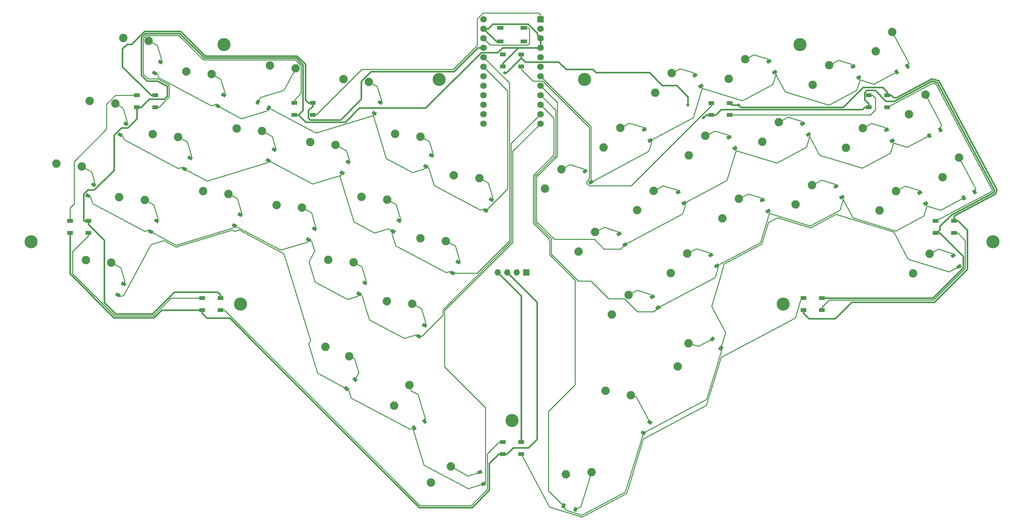
<source format=gbl>
G04 #@! TF.GenerationSoftware,KiCad,Pcbnew,5.1.5-52549c5~86~ubuntu18.04.1*
G04 #@! TF.CreationDate,2020-04-17T17:36:02+02:00*
G04 #@! TF.ProjectId,first-pcb,66697273-742d-4706-9362-2e6b69636164,0.1.1*
G04 #@! TF.SameCoordinates,Original*
G04 #@! TF.FileFunction,Copper,L2,Bot*
G04 #@! TF.FilePolarity,Positive*
%FSLAX46Y46*%
G04 Gerber Fmt 4.6, Leading zero omitted, Abs format (unit mm)*
G04 Created by KiCad (PCBNEW 5.1.5-52549c5~86~ubuntu18.04.1) date 2020-04-17 17:36:02*
%MOMM*%
%LPD*%
G04 APERTURE LIST*
%ADD10C,2.250000*%
%ADD11C,3.500000*%
%ADD12R,1.500000X1.000000*%
%ADD13C,1.752600*%
%ADD14R,1.752600X1.752600*%
%ADD15O,1.700000X1.700000*%
%ADD16R,1.700000X1.700000*%
%ADD17C,0.100000*%
%ADD18R,1.800000X1.100000*%
%ADD19C,0.800000*%
%ADD20C,0.381000*%
%ADD21C,0.254000*%
G04 APERTURE END LIST*
D10*
X177163566Y-66419073D03*
X172749307Y-71642905D03*
D11*
X225194793Y-44113907D03*
X167664794Y-53503904D03*
X128804793Y-53503907D03*
X71274492Y-44113905D03*
X19684495Y-96883905D03*
X75714495Y-113583902D03*
X220754793Y-113583902D03*
X276784792Y-96883905D03*
X148234794Y-144774405D03*
D10*
X131873473Y-157048499D03*
X126543562Y-161334073D03*
X169455497Y-158527654D03*
X162640338Y-159100108D03*
X120797267Y-135265703D03*
X116758157Y-140784732D03*
X179977268Y-137950971D03*
X173246168Y-136740025D03*
X110012983Y-54140293D03*
X103213808Y-53401835D03*
X51145699Y-43120936D03*
X44346524Y-42382478D03*
X90390556Y-50467175D03*
X83591381Y-49728717D03*
X123792368Y-68802579D03*
X116993193Y-68064121D03*
X139479685Y-79876564D03*
X132680510Y-79138106D03*
X42202268Y-59941088D03*
X35403093Y-59202630D03*
X59022416Y-68884522D03*
X52223241Y-68146064D03*
X81447123Y-67287325D03*
X74647948Y-66548867D03*
X101069548Y-70960446D03*
X94270373Y-70221988D03*
X114848934Y-85622727D03*
X108049759Y-84884269D03*
X130536252Y-96696714D03*
X123737077Y-95958256D03*
X72503687Y-84107476D03*
X65704512Y-83369018D03*
X92126116Y-87780596D03*
X85326941Y-87042138D03*
X105905502Y-102442883D03*
X99106327Y-101704425D03*
X121592816Y-113516867D03*
X114793641Y-112778409D03*
X41135552Y-102524824D03*
X34336377Y-101786366D03*
X104755029Y-127511622D03*
X98378657Y-125038571D03*
X190943566Y-51759074D03*
X186529307Y-56982906D03*
X210558832Y-48080110D03*
X206144573Y-53303942D03*
X232993563Y-49679074D03*
X228579304Y-54902906D03*
X249813564Y-40739070D03*
X245399305Y-45962902D03*
X170422758Y-94311787D03*
X166008499Y-99535619D03*
X186103564Y-83239074D03*
X181689305Y-88462906D03*
X199883566Y-68579073D03*
X195469307Y-73802905D03*
X219513564Y-64899073D03*
X215099305Y-70122905D03*
X241933565Y-66499074D03*
X237519306Y-71722906D03*
X258753563Y-57559074D03*
X254339304Y-62782906D03*
X179365068Y-111132535D03*
X174950809Y-116356367D03*
X195053565Y-100059074D03*
X190639306Y-105282906D03*
X250873563Y-83319075D03*
X246459304Y-88542907D03*
X267693564Y-74379074D03*
X263279305Y-79602906D03*
X33258832Y-76761238D03*
X26459657Y-76022780D03*
X208833562Y-85399072D03*
X204419303Y-90622904D03*
X50078985Y-85704671D03*
X43279810Y-84966213D03*
X195423886Y-124047056D03*
X192512066Y-130235384D03*
X161469325Y-77491637D03*
X157055066Y-82715469D03*
X259823564Y-100139074D03*
X255409305Y-105362906D03*
X67965854Y-52064370D03*
X61166679Y-51325912D03*
X228453565Y-81719073D03*
X224039306Y-86942905D03*
D12*
X145785793Y-50018751D03*
X145785793Y-46818751D03*
X150685793Y-50018751D03*
X150685793Y-46818751D03*
X201517500Y-62978750D03*
X201517500Y-59778750D03*
X206417500Y-62978750D03*
X206417500Y-59778750D03*
X243592500Y-60901250D03*
X243592500Y-57701250D03*
X248492500Y-60901250D03*
X248492500Y-57701250D03*
X261448750Y-94538750D03*
X261448750Y-91338750D03*
X266348750Y-94538750D03*
X266348750Y-91338750D03*
X231049999Y-111986250D03*
X231049999Y-115186250D03*
X226149999Y-111986250D03*
X226149999Y-115186250D03*
X150681249Y-150513750D03*
X150681249Y-153713750D03*
X145781249Y-150513750D03*
X145781249Y-153713750D03*
X70328750Y-111976250D03*
X70328750Y-115176250D03*
X65428750Y-111976250D03*
X65428750Y-115176250D03*
X35018750Y-91338750D03*
X35018750Y-94538750D03*
X30118750Y-91338750D03*
X30118750Y-94538750D03*
X48002499Y-60897500D03*
X48002499Y-57697500D03*
X52902499Y-60897500D03*
X52902499Y-57697500D03*
X90048751Y-62972500D03*
X90048751Y-59772500D03*
X94948751Y-62972500D03*
X94948751Y-59772500D03*
D13*
X140615793Y-37346905D03*
X155855793Y-65286905D03*
X140615793Y-39886905D03*
X140615793Y-42426905D03*
X140615793Y-44966905D03*
X140615793Y-47506905D03*
X140615793Y-50046905D03*
X140615793Y-52586905D03*
X140615793Y-55126905D03*
X140615793Y-57666905D03*
X140615793Y-60206905D03*
X140615793Y-62746905D03*
X140615793Y-65286905D03*
X155855793Y-62746905D03*
X155855793Y-60206905D03*
X155855793Y-57666905D03*
X155855793Y-55126905D03*
X155855793Y-52586905D03*
X155855793Y-50046905D03*
X155855793Y-47506905D03*
X155855793Y-44966905D03*
X155855793Y-42426905D03*
X155855793Y-39886905D03*
D14*
X155855793Y-37346905D03*
D15*
X144425793Y-105126904D03*
X146965793Y-105126904D03*
X149505793Y-105126904D03*
D16*
X152045793Y-105126904D03*
G04 #@! TA.AperFunction,SMDPad,CuDef*
D17*
G36*
X54616072Y-49504374D02*
G01*
X53556535Y-48941008D01*
X53979060Y-48146356D01*
X55038597Y-48709722D01*
X54616072Y-49504374D01*
G37*
G04 #@! TD.AperFunction*
G04 #@! TA.AperFunction,SMDPad,CuDef*
G36*
X53066816Y-52418102D02*
G01*
X52007279Y-51854736D01*
X52429804Y-51060084D01*
X53489341Y-51623450D01*
X53066816Y-52418102D01*
G37*
G04 #@! TD.AperFunction*
G04 #@! TA.AperFunction,SMDPad,CuDef*
G36*
X266897547Y-100736947D02*
G01*
X265838010Y-101300313D01*
X265415485Y-100505661D01*
X266475022Y-99942295D01*
X266897547Y-100736947D01*
G37*
G04 #@! TD.AperFunction*
G04 #@! TA.AperFunction,SMDPad,CuDef*
G36*
X268446803Y-103650675D02*
G01*
X267387266Y-104214041D01*
X266964741Y-103419389D01*
X268024278Y-102856023D01*
X268446803Y-103650675D01*
G37*
G04 #@! TD.AperFunction*
G04 #@! TA.AperFunction,SMDPad,CuDef*
G36*
X202533646Y-122848782D02*
G01*
X201656022Y-123667180D01*
X201042224Y-123008962D01*
X201919848Y-122190564D01*
X202533646Y-122848782D01*
G37*
G04 #@! TD.AperFunction*
G04 #@! TA.AperFunction,SMDPad,CuDef*
G36*
X204784240Y-125262250D02*
G01*
X203906616Y-126080648D01*
X203292818Y-125422430D01*
X204170442Y-124604032D01*
X204784240Y-125262250D01*
G37*
G04 #@! TD.AperFunction*
G04 #@! TA.AperFunction,SMDPad,CuDef*
G36*
X185365527Y-145922948D02*
G01*
X184347869Y-145287045D01*
X184824797Y-144523802D01*
X185842455Y-145159705D01*
X185365527Y-145922948D01*
G37*
G04 #@! TD.AperFunction*
G04 #@! TA.AperFunction,SMDPad,CuDef*
G36*
X183616793Y-148721506D02*
G01*
X182599135Y-148085603D01*
X183076063Y-147322360D01*
X184093721Y-147958263D01*
X183616793Y-148721506D01*
G37*
G04 #@! TD.AperFunction*
G04 #@! TA.AperFunction,SMDPad,CuDef*
G36*
X164555437Y-168978533D02*
G01*
X164906283Y-167830967D01*
X165766957Y-168094101D01*
X165416111Y-169241667D01*
X164555437Y-168978533D01*
G37*
G04 #@! TD.AperFunction*
G04 #@! TA.AperFunction,SMDPad,CuDef*
G36*
X161399631Y-168013707D02*
G01*
X161750477Y-166866141D01*
X162611151Y-167129275D01*
X162260305Y-168276841D01*
X161399631Y-168013707D01*
G37*
G04 #@! TD.AperFunction*
G04 #@! TA.AperFunction,SMDPad,CuDef*
G36*
X271751015Y-84305909D02*
G01*
X271187649Y-83246372D01*
X271982301Y-82823847D01*
X272545667Y-83883384D01*
X271751015Y-84305909D01*
G37*
G04 #@! TD.AperFunction*
G04 #@! TA.AperFunction,SMDPad,CuDef*
G36*
X268837287Y-85855165D02*
G01*
X268273921Y-84795628D01*
X269068573Y-84373103D01*
X269631939Y-85432640D01*
X268837287Y-85855165D01*
G37*
G04 #@! TD.AperFunction*
G04 #@! TA.AperFunction,SMDPad,CuDef*
G36*
X257967238Y-83873855D02*
G01*
X256907701Y-84437221D01*
X256485176Y-83642569D01*
X257544713Y-83079203D01*
X257967238Y-83873855D01*
G37*
G04 #@! TD.AperFunction*
G04 #@! TA.AperFunction,SMDPad,CuDef*
G36*
X259516494Y-86787583D02*
G01*
X258456957Y-87350949D01*
X258034432Y-86556297D01*
X259093969Y-85992931D01*
X259516494Y-86787583D01*
G37*
G04 #@! TD.AperFunction*
G04 #@! TA.AperFunction,SMDPad,CuDef*
G36*
X235568795Y-82190785D02*
G01*
X234509258Y-82754151D01*
X234086733Y-81959499D01*
X235146270Y-81396133D01*
X235568795Y-82190785D01*
G37*
G04 #@! TD.AperFunction*
G04 #@! TA.AperFunction,SMDPad,CuDef*
G36*
X237118051Y-85104513D02*
G01*
X236058514Y-85667879D01*
X235635989Y-84873227D01*
X236695526Y-84309861D01*
X237118051Y-85104513D01*
G37*
G04 #@! TD.AperFunction*
G04 #@! TA.AperFunction,SMDPad,CuDef*
G36*
X215847359Y-85880585D02*
G01*
X214787822Y-86443951D01*
X214365297Y-85649299D01*
X215424834Y-85085933D01*
X215847359Y-85880585D01*
G37*
G04 #@! TD.AperFunction*
G04 #@! TA.AperFunction,SMDPad,CuDef*
G36*
X217396615Y-88794313D02*
G01*
X216337078Y-89357679D01*
X215914553Y-88563027D01*
X216974090Y-87999661D01*
X217396615Y-88794313D01*
G37*
G04 #@! TD.AperFunction*
G04 #@! TA.AperFunction,SMDPad,CuDef*
G36*
X202114250Y-100575798D02*
G01*
X201054713Y-101139164D01*
X200632188Y-100344512D01*
X201691725Y-99781146D01*
X202114250Y-100575798D01*
G37*
G04 #@! TD.AperFunction*
G04 #@! TA.AperFunction,SMDPad,CuDef*
G36*
X203663506Y-103489526D02*
G01*
X202603969Y-104052892D01*
X202181444Y-103258240D01*
X203240981Y-102694874D01*
X203663506Y-103489526D01*
G37*
G04 #@! TD.AperFunction*
G04 #@! TA.AperFunction,SMDPad,CuDef*
G36*
X186482101Y-111742715D02*
G01*
X185422564Y-112306081D01*
X185000039Y-111511429D01*
X186059576Y-110948063D01*
X186482101Y-111742715D01*
G37*
G04 #@! TD.AperFunction*
G04 #@! TA.AperFunction,SMDPad,CuDef*
G36*
X188031357Y-114656443D02*
G01*
X186971820Y-115219809D01*
X186549295Y-114425157D01*
X187608832Y-113861791D01*
X188031357Y-114656443D01*
G37*
G04 #@! TD.AperFunction*
G04 #@! TA.AperFunction,SMDPad,CuDef*
G36*
X262581615Y-67668909D02*
G01*
X262018249Y-66609372D01*
X262812901Y-66186847D01*
X263376267Y-67246384D01*
X262581615Y-67668909D01*
G37*
G04 #@! TD.AperFunction*
G04 #@! TA.AperFunction,SMDPad,CuDef*
G36*
X259667887Y-69218165D02*
G01*
X259104521Y-68158628D01*
X259899173Y-67736103D01*
X260462539Y-68795640D01*
X259667887Y-69218165D01*
G37*
G04 #@! TD.AperFunction*
G04 #@! TA.AperFunction,SMDPad,CuDef*
G36*
X249038714Y-67081738D02*
G01*
X247979177Y-67645104D01*
X247556652Y-66850452D01*
X248616189Y-66287086D01*
X249038714Y-67081738D01*
G37*
G04 #@! TD.AperFunction*
G04 #@! TA.AperFunction,SMDPad,CuDef*
G36*
X250587970Y-69995466D02*
G01*
X249528433Y-70558832D01*
X249105908Y-69764180D01*
X250165445Y-69200814D01*
X250587970Y-69995466D01*
G37*
G04 #@! TD.AperFunction*
G04 #@! TA.AperFunction,SMDPad,CuDef*
G36*
X226640268Y-65398667D02*
G01*
X225580731Y-65962033D01*
X225158206Y-65167381D01*
X226217743Y-64604015D01*
X226640268Y-65398667D01*
G37*
G04 #@! TD.AperFunction*
G04 #@! TA.AperFunction,SMDPad,CuDef*
G36*
X228189524Y-68312395D02*
G01*
X227129987Y-68875761D01*
X226707462Y-68081109D01*
X227766999Y-67517743D01*
X228189524Y-68312395D01*
G37*
G04 #@! TD.AperFunction*
G04 #@! TA.AperFunction,SMDPad,CuDef*
G36*
X206974902Y-69058657D02*
G01*
X205915365Y-69622023D01*
X205492840Y-68827371D01*
X206552377Y-68264005D01*
X206974902Y-69058657D01*
G37*
G04 #@! TD.AperFunction*
G04 #@! TA.AperFunction,SMDPad,CuDef*
G36*
X208524158Y-71972385D02*
G01*
X207464621Y-72535751D01*
X207042096Y-71741099D01*
X208101633Y-71177733D01*
X208524158Y-71972385D01*
G37*
G04 #@! TD.AperFunction*
G04 #@! TA.AperFunction,SMDPad,CuDef*
G36*
X193395303Y-83758545D02*
G01*
X192335766Y-84321911D01*
X191913241Y-83527259D01*
X192972778Y-82963893D01*
X193395303Y-83758545D01*
G37*
G04 #@! TD.AperFunction*
G04 #@! TA.AperFunction,SMDPad,CuDef*
G36*
X194944559Y-86672273D02*
G01*
X193885022Y-87235639D01*
X193462497Y-86440987D01*
X194522034Y-85877621D01*
X194944559Y-86672273D01*
G37*
G04 #@! TD.AperFunction*
G04 #@! TA.AperFunction,SMDPad,CuDef*
G36*
X177595852Y-94892156D02*
G01*
X176536315Y-95455522D01*
X176113790Y-94660870D01*
X177173327Y-94097504D01*
X177595852Y-94892156D01*
G37*
G04 #@! TD.AperFunction*
G04 #@! TA.AperFunction,SMDPad,CuDef*
G36*
X179145108Y-97805884D02*
G01*
X178085571Y-98369250D01*
X177663046Y-97574598D01*
X178722583Y-97011232D01*
X179145108Y-97805884D01*
G37*
G04 #@! TD.AperFunction*
G04 #@! TA.AperFunction,SMDPad,CuDef*
G36*
X253818616Y-50650910D02*
G01*
X253255250Y-49591373D01*
X254049902Y-49168848D01*
X254613268Y-50228385D01*
X253818616Y-50650910D01*
G37*
G04 #@! TD.AperFunction*
G04 #@! TA.AperFunction,SMDPad,CuDef*
G36*
X250904888Y-52200166D02*
G01*
X250341522Y-51140629D01*
X251136174Y-50718104D01*
X251699540Y-51777641D01*
X250904888Y-52200166D01*
G37*
G04 #@! TD.AperFunction*
G04 #@! TA.AperFunction,SMDPad,CuDef*
G36*
X240106628Y-50147675D02*
G01*
X239047091Y-50711041D01*
X238624566Y-49916389D01*
X239684103Y-49353023D01*
X240106628Y-50147675D01*
G37*
G04 #@! TD.AperFunction*
G04 #@! TA.AperFunction,SMDPad,CuDef*
G36*
X241655884Y-53061403D02*
G01*
X240596347Y-53624769D01*
X240173822Y-52830117D01*
X241233359Y-52266751D01*
X241655884Y-53061403D01*
G37*
G04 #@! TD.AperFunction*
G04 #@! TA.AperFunction,SMDPad,CuDef*
G36*
X217629417Y-48722238D02*
G01*
X216569880Y-49285604D01*
X216147355Y-48490952D01*
X217206892Y-47927586D01*
X217629417Y-48722238D01*
G37*
G04 #@! TD.AperFunction*
G04 #@! TA.AperFunction,SMDPad,CuDef*
G36*
X219178673Y-51635966D02*
G01*
X218119136Y-52199332D01*
X217696611Y-51404680D01*
X218756148Y-50841314D01*
X219178673Y-51635966D01*
G37*
G04 #@! TD.AperFunction*
G04 #@! TA.AperFunction,SMDPad,CuDef*
G36*
X197894854Y-52454982D02*
G01*
X196835317Y-53018348D01*
X196412792Y-52223696D01*
X197472329Y-51660330D01*
X197894854Y-52454982D01*
G37*
G04 #@! TD.AperFunction*
G04 #@! TA.AperFunction,SMDPad,CuDef*
G36*
X199444110Y-55368710D02*
G01*
X198384573Y-55932076D01*
X197962048Y-55137424D01*
X199021585Y-54574058D01*
X199444110Y-55368710D01*
G37*
G04 #@! TD.AperFunction*
G04 #@! TA.AperFunction,SMDPad,CuDef*
G36*
X184339740Y-66998020D02*
G01*
X183280203Y-67561386D01*
X182857678Y-66766734D01*
X183917215Y-66203368D01*
X184339740Y-66998020D01*
G37*
G04 #@! TD.AperFunction*
G04 #@! TA.AperFunction,SMDPad,CuDef*
G36*
X185888996Y-69911748D02*
G01*
X184829459Y-70475114D01*
X184406934Y-69680462D01*
X185466471Y-69117096D01*
X185888996Y-69911748D01*
G37*
G04 #@! TD.AperFunction*
G04 #@! TA.AperFunction,SMDPad,CuDef*
G36*
X168512256Y-78146534D02*
G01*
X167452719Y-78709900D01*
X167030194Y-77915248D01*
X168089731Y-77351882D01*
X168512256Y-78146534D01*
G37*
G04 #@! TD.AperFunction*
G04 #@! TA.AperFunction,SMDPad,CuDef*
G36*
X170061512Y-81060262D02*
G01*
X169001975Y-81623628D01*
X168579450Y-80828976D01*
X169638987Y-80265610D01*
X170061512Y-81060262D01*
G37*
G04 #@! TD.AperFunction*
D18*
X151335795Y-43326905D03*
X145135795Y-39626905D03*
X151335795Y-39626905D03*
X145135795Y-43326905D03*
G04 #@! TA.AperFunction,SMDPad,CuDef*
D17*
G36*
X140376739Y-158801542D02*
G01*
X139229173Y-159152388D01*
X138966039Y-158291714D01*
X140113605Y-157940868D01*
X140376739Y-158801542D01*
G37*
G04 #@! TD.AperFunction*
G04 #@! TA.AperFunction,SMDPad,CuDef*
G36*
X141341565Y-161957348D02*
G01*
X140193999Y-162308194D01*
X139930865Y-161447520D01*
X141078431Y-161096674D01*
X141341565Y-161957348D01*
G37*
G04 #@! TD.AperFunction*
G04 #@! TA.AperFunction,SMDPad,CuDef*
G36*
X124820660Y-145709959D02*
G01*
X124184757Y-144692301D01*
X124948000Y-144215373D01*
X125583903Y-145233031D01*
X124820660Y-145709959D01*
G37*
G04 #@! TD.AperFunction*
G04 #@! TA.AperFunction,SMDPad,CuDef*
G36*
X122022102Y-147458693D02*
G01*
X121386199Y-146441035D01*
X122149442Y-145964107D01*
X122785345Y-146981765D01*
X122022102Y-147458693D01*
G37*
G04 #@! TD.AperFunction*
G04 #@! TA.AperFunction,SMDPad,CuDef*
G36*
X106404520Y-134509851D02*
G01*
X105526896Y-133691453D01*
X106140694Y-133033235D01*
X107018318Y-133851633D01*
X106404520Y-134509851D01*
G37*
G04 #@! TD.AperFunction*
G04 #@! TA.AperFunction,SMDPad,CuDef*
G36*
X104153926Y-136923319D02*
G01*
X103276302Y-136104921D01*
X103890100Y-135446703D01*
X104767724Y-136265101D01*
X104153926Y-136923319D01*
G37*
G04 #@! TD.AperFunction*
G04 #@! TA.AperFunction,SMDPad,CuDef*
G36*
X44777682Y-108855750D02*
G01*
X43718145Y-108292384D01*
X44140670Y-107497732D01*
X45200207Y-108061098D01*
X44777682Y-108855750D01*
G37*
G04 #@! TD.AperFunction*
G04 #@! TA.AperFunction,SMDPad,CuDef*
G36*
X43228426Y-111769478D02*
G01*
X42168889Y-111206112D01*
X42591414Y-110411460D01*
X43650951Y-110974826D01*
X43228426Y-111769478D01*
G37*
G04 #@! TD.AperFunction*
G04 #@! TA.AperFunction,SMDPad,CuDef*
G36*
X125175326Y-119959928D02*
G01*
X124115789Y-119396562D01*
X124538314Y-118601910D01*
X125597851Y-119165276D01*
X125175326Y-119959928D01*
G37*
G04 #@! TD.AperFunction*
G04 #@! TA.AperFunction,SMDPad,CuDef*
G36*
X123626070Y-122873656D02*
G01*
X122566533Y-122310290D01*
X122989058Y-121515638D01*
X124048595Y-122079004D01*
X123626070Y-122873656D01*
G37*
G04 #@! TD.AperFunction*
G04 #@! TA.AperFunction,SMDPad,CuDef*
G36*
X109211224Y-108594938D02*
G01*
X108151687Y-108031572D01*
X108574212Y-107236920D01*
X109633749Y-107800286D01*
X109211224Y-108594938D01*
G37*
G04 #@! TD.AperFunction*
G04 #@! TA.AperFunction,SMDPad,CuDef*
G36*
X107661968Y-111508666D02*
G01*
X106602431Y-110945300D01*
X107024956Y-110150648D01*
X108084493Y-110714014D01*
X107661968Y-111508666D01*
G37*
G04 #@! TD.AperFunction*
G04 #@! TA.AperFunction,SMDPad,CuDef*
G36*
X95768249Y-94111522D02*
G01*
X94708712Y-93548156D01*
X95131237Y-92753504D01*
X96190774Y-93316870D01*
X95768249Y-94111522D01*
G37*
G04 #@! TD.AperFunction*
G04 #@! TA.AperFunction,SMDPad,CuDef*
G36*
X94218993Y-97025250D02*
G01*
X93159456Y-96461884D01*
X93581981Y-95667232D01*
X94641518Y-96230598D01*
X94218993Y-97025250D01*
G37*
G04 #@! TD.AperFunction*
G04 #@! TA.AperFunction,SMDPad,CuDef*
G36*
X75921553Y-90319155D02*
G01*
X74862016Y-89755789D01*
X75284541Y-88961137D01*
X76344078Y-89524503D01*
X75921553Y-90319155D01*
G37*
G04 #@! TD.AperFunction*
G04 #@! TA.AperFunction,SMDPad,CuDef*
G36*
X74372297Y-93232883D02*
G01*
X73312760Y-92669517D01*
X73735285Y-91874865D01*
X74794822Y-92438231D01*
X74372297Y-93232883D01*
G37*
G04 #@! TD.AperFunction*
G04 #@! TA.AperFunction,SMDPad,CuDef*
G36*
X53608984Y-91975974D02*
G01*
X52549447Y-91412608D01*
X52971972Y-90617956D01*
X54031509Y-91181322D01*
X53608984Y-91975974D01*
G37*
G04 #@! TD.AperFunction*
G04 #@! TA.AperFunction,SMDPad,CuDef*
G36*
X52059728Y-94889702D02*
G01*
X51000191Y-94326336D01*
X51422716Y-93531684D01*
X52482253Y-94095050D01*
X52059728Y-94889702D01*
G37*
G04 #@! TD.AperFunction*
G04 #@! TA.AperFunction,SMDPad,CuDef*
G36*
X36749823Y-82335438D02*
G01*
X35690286Y-81772072D01*
X36112811Y-80977420D01*
X37172348Y-81540786D01*
X36749823Y-82335438D01*
G37*
G04 #@! TD.AperFunction*
G04 #@! TA.AperFunction,SMDPad,CuDef*
G36*
X35200567Y-85249166D02*
G01*
X34141030Y-84685800D01*
X34563555Y-83891148D01*
X35623092Y-84454514D01*
X35200567Y-85249166D01*
G37*
G04 #@! TD.AperFunction*
G04 #@! TA.AperFunction,SMDPad,CuDef*
G36*
X134178380Y-103027642D02*
G01*
X133118843Y-102464276D01*
X133541368Y-101669624D01*
X134600905Y-102232990D01*
X134178380Y-103027642D01*
G37*
G04 #@! TD.AperFunction*
G04 #@! TA.AperFunction,SMDPad,CuDef*
G36*
X132629124Y-105941370D02*
G01*
X131569587Y-105378004D01*
X131992112Y-104583352D01*
X133051649Y-105146718D01*
X132629124Y-105941370D01*
G37*
G04 #@! TD.AperFunction*
G04 #@! TA.AperFunction,SMDPad,CuDef*
G36*
X118378932Y-91894035D02*
G01*
X117319395Y-91330669D01*
X117741920Y-90536017D01*
X118801457Y-91099383D01*
X118378932Y-91894035D01*
G37*
G04 #@! TD.AperFunction*
G04 #@! TA.AperFunction,SMDPad,CuDef*
G36*
X116829676Y-94807763D02*
G01*
X115770139Y-94244397D01*
X116192664Y-93449745D01*
X117252201Y-94013111D01*
X116829676Y-94807763D01*
G37*
G04 #@! TD.AperFunction*
G04 #@! TA.AperFunction,SMDPad,CuDef*
G36*
X104724502Y-76226274D02*
G01*
X103664965Y-75662908D01*
X104087490Y-74868256D01*
X105147027Y-75431622D01*
X104724502Y-76226274D01*
G37*
G04 #@! TD.AperFunction*
G04 #@! TA.AperFunction,SMDPad,CuDef*
G36*
X103175246Y-79140002D02*
G01*
X102115709Y-78576636D01*
X102538234Y-77781984D01*
X103597771Y-78345350D01*
X103175246Y-79140002D01*
G37*
G04 #@! TD.AperFunction*
G04 #@! TA.AperFunction,SMDPad,CuDef*
G36*
X84999719Y-72916081D02*
G01*
X83940182Y-72352715D01*
X84362707Y-71558063D01*
X85422244Y-72121429D01*
X84999719Y-72916081D01*
G37*
G04 #@! TD.AperFunction*
G04 #@! TA.AperFunction,SMDPad,CuDef*
G36*
X83450463Y-75829809D02*
G01*
X82390926Y-75266443D01*
X82813451Y-74471791D01*
X83872988Y-75035157D01*
X83450463Y-75829809D01*
G37*
G04 #@! TD.AperFunction*
G04 #@! TA.AperFunction,SMDPad,CuDef*
G36*
X62552413Y-75155824D02*
G01*
X61492876Y-74592458D01*
X61915401Y-73797806D01*
X62974938Y-74361172D01*
X62552413Y-75155824D01*
G37*
G04 #@! TD.AperFunction*
G04 #@! TA.AperFunction,SMDPad,CuDef*
G36*
X61003157Y-78069552D02*
G01*
X59943620Y-77506186D01*
X60366145Y-76711534D01*
X61425682Y-77274900D01*
X61003157Y-78069552D01*
G37*
G04 #@! TD.AperFunction*
G04 #@! TA.AperFunction,SMDPad,CuDef*
G36*
X45395859Y-66033522D02*
G01*
X44336322Y-65470156D01*
X44758847Y-64675504D01*
X45818384Y-65238870D01*
X45395859Y-66033522D01*
G37*
G04 #@! TD.AperFunction*
G04 #@! TA.AperFunction,SMDPad,CuDef*
G36*
X43846603Y-68947250D02*
G01*
X42787066Y-68383884D01*
X43209591Y-67589232D01*
X44269128Y-68152598D01*
X43846603Y-68947250D01*
G37*
G04 #@! TD.AperFunction*
G04 #@! TA.AperFunction,SMDPad,CuDef*
G36*
X143062191Y-86319624D02*
G01*
X142002654Y-85756258D01*
X142425179Y-84961606D01*
X143484716Y-85524972D01*
X143062191Y-86319624D01*
G37*
G04 #@! TD.AperFunction*
G04 #@! TA.AperFunction,SMDPad,CuDef*
G36*
X141512935Y-89233352D02*
G01*
X140453398Y-88669986D01*
X140875923Y-87875334D01*
X141935460Y-88438700D01*
X141512935Y-89233352D01*
G37*
G04 #@! TD.AperFunction*
G04 #@! TA.AperFunction,SMDPad,CuDef*
G36*
X127068469Y-74503580D02*
G01*
X126008932Y-73940214D01*
X126431457Y-73145562D01*
X127490994Y-73708928D01*
X127068469Y-74503580D01*
G37*
G04 #@! TD.AperFunction*
G04 #@! TA.AperFunction,SMDPad,CuDef*
G36*
X125519213Y-77417308D02*
G01*
X124459676Y-76853942D01*
X124882201Y-76059290D01*
X125941738Y-76622656D01*
X125519213Y-77417308D01*
G37*
G04 #@! TD.AperFunction*
G04 #@! TA.AperFunction,SMDPad,CuDef*
G36*
X113318710Y-60292349D02*
G01*
X112259173Y-59728983D01*
X112681698Y-58934331D01*
X113741235Y-59497697D01*
X113318710Y-60292349D01*
G37*
G04 #@! TD.AperFunction*
G04 #@! TA.AperFunction,SMDPad,CuDef*
G36*
X111769454Y-63206077D02*
G01*
X110709917Y-62642711D01*
X111132442Y-61848059D01*
X112191979Y-62411425D01*
X111769454Y-63206077D01*
G37*
G04 #@! TD.AperFunction*
G04 #@! TA.AperFunction,SMDPad,CuDef*
G36*
X80978395Y-59231866D02*
G01*
X80415029Y-60291403D01*
X79620377Y-59868878D01*
X80183743Y-58809341D01*
X80978395Y-59231866D01*
G37*
G04 #@! TD.AperFunction*
G04 #@! TA.AperFunction,SMDPad,CuDef*
G36*
X83892123Y-60781122D02*
G01*
X83328757Y-61840659D01*
X82534105Y-61418134D01*
X83097471Y-60358597D01*
X83892123Y-60781122D01*
G37*
G04 #@! TD.AperFunction*
G04 #@! TA.AperFunction,SMDPad,CuDef*
G36*
X71495844Y-58335670D02*
G01*
X70436307Y-57772304D01*
X70858832Y-56977652D01*
X71918369Y-57541018D01*
X71495844Y-58335670D01*
G37*
G04 #@! TD.AperFunction*
G04 #@! TA.AperFunction,SMDPad,CuDef*
G36*
X69946588Y-61249398D02*
G01*
X68887051Y-60686032D01*
X69309576Y-59891380D01*
X70369113Y-60454746D01*
X69946588Y-61249398D01*
G37*
G04 #@! TD.AperFunction*
D19*
X199404817Y-63673567D03*
X195262500Y-60325000D03*
X208756250Y-60325000D03*
X146304000Y-51689000D03*
D20*
X144055792Y-43326905D02*
X140615792Y-39886906D01*
X145135795Y-43326905D02*
X144055792Y-43326905D01*
X155855793Y-42426906D02*
X155855794Y-44966906D01*
X152548196Y-38686404D02*
X154979494Y-41117702D01*
X143055570Y-38686404D02*
X152548196Y-38686404D01*
X154979494Y-41117702D02*
X154979494Y-41550607D01*
X141855068Y-39886906D02*
X143055570Y-38686404D01*
X154979494Y-41550607D02*
X155855793Y-42426906D01*
X140615792Y-39886906D02*
X141855068Y-39886906D01*
X103704597Y-64874759D02*
X107460606Y-61118750D01*
X93082010Y-64874759D02*
X103704597Y-64874759D01*
X91179751Y-62972500D02*
X93082010Y-64874759D01*
X144417936Y-46233706D02*
X145684737Y-44966905D01*
X140007728Y-46233706D02*
X144417936Y-46233706D01*
X145684737Y-44966905D02*
X154616518Y-44966905D01*
X125122684Y-61118750D02*
X140007728Y-46233706D01*
X107460606Y-61118750D02*
X125122684Y-61118750D01*
X154616518Y-44966905D02*
X155855793Y-44966905D01*
X149956639Y-44966905D02*
X154616518Y-44966905D01*
X145785793Y-49137751D02*
X149956639Y-44966905D01*
X145785793Y-50018751D02*
X145785793Y-49137751D01*
X241875624Y-61487126D02*
X242461500Y-60901250D01*
X204140124Y-61487126D02*
X241875624Y-61487126D01*
X242461500Y-60901250D02*
X243592500Y-60901250D01*
X202648500Y-62978750D02*
X204140124Y-61487126D01*
X201517500Y-62978750D02*
X202648500Y-62978750D01*
X150681249Y-111382360D02*
X144425793Y-105126904D01*
X150681249Y-150513750D02*
X150681249Y-111382360D01*
X261698750Y-94538750D02*
X261448750Y-94538750D01*
X262579750Y-93657750D02*
X261698750Y-94538750D01*
X276909189Y-83704406D02*
X265642173Y-89695185D01*
X260519992Y-53920003D02*
X261860789Y-54329926D01*
X261860789Y-54329926D02*
X277117388Y-83023418D01*
X250384760Y-59309000D02*
X260519992Y-53920003D01*
X277117388Y-83023418D02*
X276909189Y-83704406D01*
X248147348Y-59309000D02*
X250384760Y-59309000D01*
X243592500Y-60901250D02*
X243592500Y-60020250D01*
X242451999Y-58879749D02*
X242451999Y-57014001D01*
X265642173Y-89695185D02*
X262579750Y-92757608D01*
X243592500Y-60020250D02*
X242451999Y-58879749D01*
X262579750Y-92757608D02*
X262579750Y-93657750D01*
X242451999Y-57014001D02*
X243078000Y-56388000D01*
X243078000Y-56388000D02*
X245226348Y-56388000D01*
X245226348Y-56388000D02*
X248147348Y-59309000D01*
X260663494Y-111986250D02*
X231049999Y-111986250D01*
X268837313Y-103812431D02*
X260663494Y-111986250D01*
X262579750Y-94538750D02*
X268837313Y-100796313D01*
X268837313Y-100796313D02*
X268837313Y-103812431D01*
X261448750Y-94538750D02*
X262579750Y-94538750D01*
X69596500Y-110363000D02*
X70328750Y-111095250D01*
X57973882Y-110363000D02*
X69596500Y-110363000D01*
X42283108Y-116163740D02*
X52173142Y-116163740D01*
X35018750Y-92219750D02*
X39243000Y-96444000D01*
X70328750Y-111095250D02*
X70328750Y-111976250D01*
X39243000Y-96444000D02*
X39243000Y-113123632D01*
X39243000Y-113123632D02*
X42283108Y-116163740D01*
X35018750Y-91338750D02*
X35018750Y-92219750D01*
X52173142Y-116163740D02*
X57973882Y-110363000D01*
X33750520Y-84151916D02*
X34844436Y-83058000D01*
X33750520Y-91201520D02*
X33750520Y-84151916D01*
X35018750Y-91338750D02*
X33887750Y-91338750D01*
X33887750Y-91338750D02*
X33750520Y-91201520D01*
X36579528Y-83058000D02*
X41910000Y-77727528D01*
X34844436Y-83058000D02*
X36579528Y-83058000D01*
X48002499Y-63979149D02*
X48002499Y-60897500D01*
X45557616Y-66424032D02*
X48002499Y-63979149D01*
X43822524Y-66424032D02*
X45557616Y-66424032D01*
X41910000Y-68336556D02*
X43822524Y-66424032D01*
X41910000Y-77727528D02*
X41910000Y-68336556D01*
X91179751Y-62972500D02*
X90048751Y-62972500D01*
X201517500Y-62978750D02*
X200099634Y-62978750D01*
X200099634Y-62978750D02*
X199404817Y-63673567D01*
X90546702Y-47742490D02*
X66000358Y-47742490D01*
X66000358Y-47742490D02*
X59409293Y-41151425D01*
X92360067Y-49555855D02*
X90546702Y-47742490D01*
X92360067Y-61792184D02*
X92360067Y-49555855D01*
X50234379Y-41151425D02*
X49176188Y-42209616D01*
X91179751Y-62972500D02*
X92360067Y-61792184D01*
X49176188Y-42209616D02*
X49176188Y-52289307D01*
X49176188Y-52289307D02*
X50744391Y-53857510D01*
X51300630Y-58730369D02*
X49133499Y-60897500D01*
X50744391Y-53857510D02*
X53434053Y-53857510D01*
X53434053Y-53857510D02*
X56079584Y-55264165D01*
X49133499Y-60897500D02*
X48002499Y-60897500D01*
X56124490Y-55309071D02*
X56124490Y-57951642D01*
X56079584Y-55264165D02*
X56124490Y-55309071D01*
X56124490Y-57951642D02*
X55345763Y-58730369D01*
X59409293Y-41151425D02*
X50234379Y-41151425D01*
X55345763Y-58730369D02*
X51300630Y-58730369D01*
D21*
X54628077Y-48203771D02*
X54297568Y-48825365D01*
X53448429Y-44345318D02*
X54628077Y-48203771D01*
X51145701Y-43120937D02*
X53448429Y-44345318D01*
X67921945Y-60460550D02*
X68874045Y-60169461D01*
X53740924Y-52920364D02*
X67921945Y-60460550D01*
X68874045Y-60169461D02*
X69628084Y-60570389D01*
X53502348Y-52140019D02*
X53740924Y-52920364D01*
X52748312Y-51739094D02*
X53502348Y-52140019D01*
X111120440Y-63148663D02*
X111450945Y-62527067D01*
X139704808Y-88378302D02*
X140440390Y-88153412D01*
X127388779Y-81829752D02*
X139704808Y-88378302D01*
X140440390Y-88153412D02*
X141194432Y-88554339D01*
X125954740Y-77139228D02*
X127388779Y-81829752D01*
X125200706Y-76738300D02*
X125954740Y-77139228D01*
X111120440Y-63148663D02*
X114620365Y-74596403D01*
X124870199Y-77359894D02*
X125200707Y-76738299D01*
X114620365Y-74596403D02*
X121662275Y-78340654D01*
X121662275Y-78340654D02*
X124870199Y-77359894D01*
X147089350Y-56520463D02*
X140615793Y-50046906D01*
X147089350Y-82754926D02*
X147089350Y-56520463D01*
X141622670Y-88221605D02*
X147089350Y-82754926D01*
X141194429Y-88554344D02*
X141527166Y-88221606D01*
X141527166Y-88221606D02*
X141622670Y-88221605D01*
X82812185Y-61853665D02*
X83213114Y-61099628D01*
X75973686Y-63944405D02*
X82812185Y-61853665D01*
X69628082Y-60570388D02*
X75973686Y-63944405D01*
X111120440Y-63148664D02*
X111450948Y-62527068D01*
X95848241Y-67817844D02*
X111120440Y-63148664D01*
X83213114Y-61099628D02*
X95848241Y-67817844D01*
X71507847Y-57035067D02*
X71177339Y-57656662D01*
X70380714Y-53348371D02*
X71507847Y-57035067D01*
X67965853Y-52064368D02*
X70380714Y-53348371D01*
X59930614Y-76989613D02*
X60684653Y-77390542D01*
X59023274Y-77267014D02*
X59930614Y-76989613D01*
X44559533Y-69576510D02*
X59023274Y-77267014D01*
X44282133Y-68669168D02*
X44559533Y-69576510D01*
X43528097Y-68268242D02*
X44282133Y-68669168D01*
X82801448Y-75772396D02*
X83131956Y-75150800D01*
X66826745Y-80656352D02*
X82801448Y-75772396D01*
X60684653Y-77390542D02*
X66826745Y-80656352D01*
X102526233Y-79082588D02*
X102856739Y-78460991D01*
X94907382Y-81411907D02*
X102526233Y-79082588D01*
X83131956Y-75150800D02*
X94907382Y-81411907D01*
X131556580Y-104861430D02*
X132310619Y-105262359D01*
X130649243Y-105138832D02*
X131556580Y-104861430D01*
X117164694Y-97968969D02*
X130649243Y-105138832D01*
X116180659Y-94750347D02*
X117164694Y-97968969D01*
X116511168Y-94128750D02*
X116180659Y-94750347D01*
X102283188Y-79539684D02*
X105960391Y-91567274D01*
X102856740Y-78460992D02*
X102283188Y-79539684D01*
X105960391Y-91567274D02*
X111531264Y-94529358D01*
X115171488Y-93416430D02*
X116511170Y-94128753D01*
X111531264Y-94529358D02*
X115171488Y-93416430D01*
X132990159Y-105262360D02*
X138949446Y-105262358D01*
X147543359Y-54434472D02*
X140615793Y-47506906D01*
X147543359Y-96668447D02*
X147543359Y-54434472D01*
X138949446Y-105262358D02*
X147543359Y-96668447D01*
X80971903Y-58285553D02*
X80299387Y-59550372D01*
X90390556Y-50467175D02*
X87254797Y-56364680D01*
X87254797Y-56364680D02*
X80971903Y-58285553D01*
X113330712Y-58991742D02*
X113000203Y-59613341D01*
X112203577Y-55305052D02*
X113330712Y-58991742D01*
X110012983Y-54140293D02*
X112203577Y-55305052D01*
D20*
X93808250Y-63784901D02*
X94317099Y-64293750D01*
X93808250Y-61794001D02*
X93808250Y-63784901D01*
X94948751Y-59772500D02*
X94948751Y-60653500D01*
X94948751Y-60653500D02*
X93808250Y-61794001D01*
X94317099Y-64293750D02*
X102393750Y-64293750D01*
X102393750Y-64293750D02*
X107950000Y-58737500D01*
X107950000Y-53960334D02*
X110592824Y-51317510D01*
X107950000Y-58737500D02*
X107950000Y-53960334D01*
X132770609Y-51317510D02*
X133985000Y-50103118D01*
X110592824Y-51317510D02*
X132770609Y-51317510D01*
X139121213Y-44966905D02*
X140615793Y-44966905D01*
X133985000Y-50103118D02*
X139121213Y-44966905D01*
X150685793Y-46818751D02*
X150685793Y-47699751D01*
X151759748Y-48773706D02*
X160692456Y-48773706D01*
X150685793Y-47699751D02*
X151759748Y-48773706D01*
X192230308Y-55052505D02*
X195262500Y-58084697D01*
X184943750Y-51593750D02*
X188402505Y-55052505D01*
X188402505Y-55052505D02*
X192230308Y-55052505D01*
X195262500Y-58084697D02*
X195262500Y-60325000D01*
X206963750Y-60325000D02*
X206417500Y-59778750D01*
X208756250Y-60325000D02*
X206963750Y-60325000D01*
X209337366Y-60906116D02*
X236750134Y-60906116D01*
X208756250Y-60325000D02*
X209337366Y-60906116D01*
X236750134Y-60906116D02*
X242030250Y-55626000D01*
X248492500Y-56820250D02*
X248492500Y-57701250D01*
X247298250Y-55626000D02*
X248492500Y-56820250D01*
X242030250Y-55626000D02*
X247298250Y-55626000D01*
X146912249Y-153713750D02*
X148606999Y-152019000D01*
X145781249Y-153713750D02*
X146912249Y-153713750D01*
X148606999Y-152019000D02*
X152654000Y-152019000D01*
X152654000Y-152019000D02*
X154940000Y-149733000D01*
X154940000Y-113101111D02*
X146965793Y-105126904D01*
X154940000Y-149733000D02*
X154940000Y-113101111D01*
X266707010Y-89787034D02*
X266348750Y-90145294D01*
X277394447Y-84104424D02*
X266707010Y-89787034D01*
X249623500Y-57701250D02*
X250215250Y-58293000D01*
X248492500Y-57701250D02*
X249623500Y-57701250D01*
X266348750Y-90145294D02*
X266348750Y-91338750D01*
X277743372Y-82963142D02*
X277394447Y-84104424D01*
X262260807Y-53844668D02*
X277743372Y-82963142D01*
X250215250Y-58293000D02*
X251057996Y-58293000D01*
X260459716Y-53294019D02*
X262260807Y-53844668D01*
X251057996Y-58293000D02*
X260459716Y-53294019D01*
X234569000Y-117475000D02*
X227557749Y-117475000D01*
X226149999Y-116067250D02*
X226149999Y-115186250D01*
X266348750Y-91338750D02*
X267479750Y-91338750D01*
X261073972Y-113039510D02*
X239004490Y-113039510D01*
X267479750Y-91338750D02*
X269875000Y-93734000D01*
X269875000Y-93734000D02*
X269875000Y-104238482D01*
X269875000Y-104238482D02*
X261073972Y-113039510D01*
X227557749Y-117475000D02*
X226149999Y-116067250D01*
X239004490Y-113039510D02*
X234569000Y-117475000D01*
X54624368Y-115176250D02*
X65428750Y-115176250D01*
X30118750Y-95419750D02*
X30099000Y-95439500D01*
X30099000Y-95439500D02*
X30099000Y-105443368D01*
X30118750Y-94538750D02*
X30118750Y-95419750D01*
X30099000Y-105443368D02*
X41854391Y-117198760D01*
X41854391Y-117198760D02*
X52601859Y-117198760D01*
X52601859Y-117198760D02*
X54624368Y-115176250D01*
X144650249Y-153713750D02*
X145781249Y-153713750D01*
X142186085Y-163345784D02*
X142186085Y-156177914D01*
X137533110Y-167998757D02*
X142186085Y-163345784D01*
X123421760Y-167998758D02*
X137533110Y-167998757D01*
X142186085Y-156177914D02*
X144650249Y-153713750D01*
X65428750Y-115176250D02*
X65428750Y-116057250D01*
X66719500Y-117348000D02*
X72772633Y-117348000D01*
X83312000Y-127887367D02*
X83312000Y-127889000D01*
X65428750Y-116057250D02*
X66719500Y-117348000D01*
X72772633Y-117348000D02*
X83312000Y-127887367D01*
X83312000Y-127889000D02*
X123421760Y-167998758D01*
X93817751Y-59772500D02*
X93037010Y-58991759D01*
X94948751Y-59772500D02*
X93817751Y-59772500D01*
X93037009Y-49411125D02*
X90787364Y-47161480D01*
X93037010Y-58991759D02*
X93037009Y-49411125D01*
X90787364Y-47161480D02*
X66241020Y-47161480D01*
X66241020Y-47161480D02*
X59649955Y-40570415D01*
X59649955Y-40570415D02*
X49993716Y-40570416D01*
X44133696Y-50059697D02*
X51771499Y-57697500D01*
X44133696Y-45269339D02*
X44133696Y-50059697D01*
X45373584Y-44029451D02*
X44133696Y-45269339D01*
X51771499Y-57697500D02*
X52902499Y-57697500D01*
X46534681Y-44029451D02*
X45373584Y-44029451D01*
X49993716Y-40570416D02*
X46534681Y-44029451D01*
X150685793Y-47699751D02*
X146696544Y-51689000D01*
X146696544Y-51689000D02*
X146304000Y-51689000D01*
X184943750Y-51593750D02*
X170656250Y-51593750D01*
X170656250Y-51593750D02*
X169862500Y-50800000D01*
X162718750Y-50800000D02*
X160692456Y-48773706D01*
X169862500Y-50800000D02*
X162718750Y-50800000D01*
D21*
X126112255Y-70036080D02*
X127080471Y-73202977D01*
X127080471Y-73202977D02*
X126749962Y-73824573D01*
X123792368Y-68802577D02*
X126112255Y-70036080D01*
X143074194Y-85019019D02*
X142743685Y-85640615D01*
X141894547Y-81160568D02*
X143074194Y-85019019D01*
X139479684Y-79876562D02*
X141894547Y-81160568D01*
X167440716Y-77409296D02*
X167771225Y-78030892D01*
X163747670Y-76280220D02*
X167440716Y-77409296D01*
X161469327Y-77491635D02*
X163747670Y-76280220D01*
X183268201Y-66260781D02*
X183598708Y-66882377D01*
X179581252Y-65133567D02*
X183268201Y-66260781D01*
X177163565Y-66419071D02*
X179581252Y-65133567D01*
X196823316Y-51717743D02*
X197153822Y-52339335D01*
X193139485Y-50591483D02*
X196823316Y-51717743D01*
X190943565Y-51759075D02*
X193139485Y-50591483D01*
X216557878Y-47984999D02*
X216888386Y-48606592D01*
X212862523Y-46855216D02*
X216557878Y-47984999D01*
X210558833Y-48080112D02*
X212862523Y-46855216D01*
X239035092Y-49410437D02*
X239365600Y-50032032D01*
X235519973Y-48335759D02*
X239035092Y-49410437D01*
X232993560Y-49679074D02*
X235519973Y-48335759D01*
X254210077Y-49007709D02*
X253934258Y-49909878D01*
X249813566Y-40739072D02*
X254210077Y-49007709D01*
X45407861Y-64732918D02*
X45077354Y-65354513D01*
X44280725Y-61046224D02*
X45407861Y-64732918D01*
X42202266Y-59941088D02*
X44280725Y-61046224D01*
X50987183Y-93809767D02*
X51741221Y-94210693D01*
X35636102Y-84971088D02*
X36160427Y-86686082D01*
X50079844Y-94087167D02*
X50987183Y-93809767D01*
X36160427Y-86686082D02*
X50079844Y-94087167D01*
X34882062Y-84570158D02*
X35636102Y-84971088D01*
X86449492Y-99144787D02*
X93569979Y-96967837D01*
X74053789Y-92553876D02*
X86449492Y-99144787D01*
X58530204Y-97820459D02*
X73723281Y-93175473D01*
X73723281Y-93175473D02*
X74053789Y-92553876D01*
X51741221Y-94210693D02*
X58530204Y-97820459D01*
X93900484Y-96346242D02*
X93569979Y-96967837D01*
X129741118Y-115112752D02*
X130007073Y-114846799D01*
X129741117Y-116548570D02*
X129741118Y-115112752D01*
X123307562Y-122194645D02*
X124095042Y-122194647D01*
X124095042Y-122194647D02*
X129741117Y-116548570D01*
X147997371Y-70605332D02*
X154979495Y-63623205D01*
X154979495Y-63623205D02*
X155855794Y-62746907D01*
X147997369Y-96856505D02*
X147997371Y-70605332D01*
X130007073Y-114846799D02*
X147997369Y-96856505D01*
X94654524Y-96747170D02*
X95462385Y-99389563D01*
X93900486Y-96346240D02*
X94654524Y-96747170D01*
X95462385Y-99389563D02*
X93938450Y-102255666D01*
X93938450Y-102255666D02*
X95579434Y-107623080D01*
X107012954Y-111451251D02*
X107343462Y-110829656D01*
X104324836Y-112273092D02*
X107012954Y-111451251D01*
X95579434Y-107623080D02*
X104324836Y-112273092D01*
X122553526Y-121793717D02*
X123307563Y-122194646D01*
X108097504Y-111230586D02*
X109372621Y-115401310D01*
X109372621Y-115401310D02*
X109384789Y-115407780D01*
X109384789Y-115407780D02*
X110118963Y-117809160D01*
X110118963Y-117809160D02*
X119416565Y-122752782D01*
X107343465Y-110829656D02*
X108097504Y-111230586D01*
X119416565Y-122752782D02*
X122553526Y-121793717D01*
X62564417Y-73855221D02*
X62233908Y-74476816D01*
X61437281Y-70168526D02*
X62564417Y-73855221D01*
X59022418Y-68884523D02*
X61437281Y-70168526D01*
X85011719Y-71615477D02*
X84681213Y-72237071D01*
X84123550Y-68710405D02*
X85011719Y-71615477D01*
X81447123Y-67287324D02*
X84123550Y-68710405D01*
X104736507Y-74925671D02*
X104405997Y-75547268D01*
X104000702Y-72518966D02*
X104736507Y-74925671D01*
X101069552Y-70960447D02*
X104000702Y-72518966D01*
X118390934Y-90593428D02*
X118060426Y-91215026D01*
X117263798Y-86906738D02*
X118390934Y-90593428D01*
X114848933Y-85622729D02*
X117263798Y-86906738D01*
X133063249Y-98040343D02*
X134190384Y-101727037D01*
X134190384Y-101727037D02*
X133859874Y-102348632D01*
X130536251Y-96696715D02*
X133063249Y-98040343D01*
X176524317Y-94154916D02*
X176854824Y-94776513D01*
X172837618Y-93027783D02*
X176524317Y-94154916D01*
X170422759Y-94311788D02*
X172837618Y-93027783D01*
X87273427Y-100097081D02*
X94359854Y-123275729D01*
X74070132Y-94076433D02*
X75263856Y-93711477D01*
X73434563Y-93738495D02*
X74070132Y-94076433D01*
X94359854Y-123275729D02*
X93852062Y-124230750D01*
X58842785Y-98199650D02*
X73434563Y-93738495D01*
X103473553Y-135893390D02*
X104022012Y-136185011D01*
X51681526Y-97634616D02*
X55193972Y-96560753D01*
X93852062Y-124230750D02*
X96242154Y-132048387D01*
X42909920Y-111090466D02*
X43663958Y-111491397D01*
X43663958Y-111491397D02*
X44439876Y-111254172D01*
X75263856Y-93711477D02*
X87273427Y-100097081D01*
X44439876Y-111254172D02*
X51681526Y-97634616D01*
X96242154Y-132048387D02*
X103473553Y-135893390D01*
X55193972Y-96560753D02*
X58483105Y-98309615D01*
X58483105Y-98309615D02*
X58842785Y-98199650D01*
X121640258Y-146847608D02*
X122085771Y-146711401D01*
X105254320Y-138713409D02*
X120949632Y-147058752D01*
X120949632Y-147058752D02*
X121640258Y-146847608D01*
X104570467Y-136476630D02*
X105254320Y-138713409D01*
X104022012Y-136185011D02*
X104570467Y-136476630D01*
X140062433Y-161877857D02*
X140636217Y-161702435D01*
X136575263Y-162943992D02*
X140062433Y-161877857D01*
X124740506Y-156651338D02*
X136575263Y-162943992D01*
X121841830Y-147170193D02*
X124740506Y-156651338D01*
X122085771Y-146711401D02*
X121841830Y-147170193D01*
X148451378Y-72691322D02*
X155855794Y-65286908D01*
X140636213Y-161702434D02*
X141116724Y-161221927D01*
X141116724Y-141303656D02*
X130195130Y-130382059D01*
X130195130Y-130382059D02*
X130195127Y-115300810D01*
X141116724Y-161221927D02*
X141116724Y-141303656D01*
X130195127Y-115300810D02*
X148451379Y-97044560D01*
X148451379Y-97044560D02*
X148451378Y-72691322D01*
X192323766Y-83021308D02*
X192654271Y-83642903D01*
X188634458Y-81893375D02*
X192323766Y-83021308D01*
X186103568Y-83239072D02*
X188634458Y-81893375D01*
X205903362Y-68321419D02*
X206233869Y-68943013D01*
X202388925Y-67246948D02*
X205903362Y-68321419D01*
X199883564Y-68579072D02*
X202388925Y-67246948D01*
X225568726Y-64661429D02*
X225899235Y-65283025D01*
X222007945Y-63572787D02*
X225568726Y-64661429D01*
X219513565Y-64899073D02*
X222007945Y-63572787D01*
X247967175Y-66344500D02*
X248297682Y-66966096D01*
X244320881Y-65229717D02*
X247967175Y-66344500D01*
X241933566Y-66499074D02*
X244320881Y-65229717D01*
X262990374Y-65551352D02*
X262616160Y-66775353D01*
X262616160Y-66775353D02*
X262697259Y-66927877D01*
X262811505Y-65214949D02*
X262990374Y-65551352D01*
X258753564Y-57559075D02*
X262816165Y-65199714D01*
X262816165Y-65199714D02*
X262811505Y-65214949D01*
X36761825Y-81034833D02*
X36431318Y-81656431D01*
X35881614Y-78155796D02*
X36761825Y-81034833D01*
X33258833Y-76761238D02*
X35881614Y-78155796D01*
X53620984Y-90675372D02*
X53290478Y-91296966D01*
X52493852Y-86988678D02*
X53620984Y-90675372D01*
X50078987Y-85704672D02*
X52493852Y-86988678D01*
X75933555Y-89018553D02*
X75603047Y-89640148D01*
X74806419Y-85331861D02*
X75933555Y-89018553D01*
X72503689Y-84107478D02*
X74806419Y-85331861D01*
X95780248Y-92810917D02*
X95449743Y-93432513D01*
X94653114Y-89124225D02*
X95780248Y-92810917D01*
X92126115Y-87780594D02*
X94653114Y-89124225D01*
X109223228Y-107294335D02*
X108892722Y-107915929D01*
X108096094Y-103607639D02*
X109223228Y-107294335D01*
X105905503Y-102442884D02*
X108096094Y-103607639D01*
X125187325Y-118659324D02*
X124856818Y-119280920D01*
X124007680Y-114800873D02*
X125187325Y-118659324D01*
X121592820Y-113516864D02*
X124007680Y-114800873D01*
X185410563Y-111005477D02*
X185741070Y-111627073D01*
X181723867Y-109878342D02*
X185410563Y-111005477D01*
X179365071Y-111132533D02*
X181723867Y-109878342D01*
X201042713Y-99838560D02*
X201373220Y-100460157D01*
X197503384Y-98756482D02*
X201042713Y-99838560D01*
X195053566Y-100059074D02*
X197503384Y-98756482D01*
X211308316Y-84083223D02*
X214775820Y-85143347D01*
X214775820Y-85143347D02*
X215106328Y-85764943D01*
X208833564Y-85399072D02*
X211308316Y-84083223D01*
X234497256Y-81453546D02*
X234827765Y-82075141D01*
X230977051Y-80377312D02*
X234497256Y-81453546D01*
X228453566Y-81719072D02*
X230977051Y-80377312D01*
X256895697Y-83136619D02*
X257226209Y-83758211D01*
X253289988Y-82034239D02*
X256895697Y-83136619D01*
X250873565Y-83319075D02*
X253289988Y-82034239D01*
X272126259Y-82715760D02*
X271866658Y-83564877D01*
X267693563Y-74379074D02*
X272126259Y-82715760D01*
X43662550Y-103868454D02*
X44789685Y-107555146D01*
X44789685Y-107555146D02*
X44459177Y-108176741D01*
X41135552Y-102524825D02*
X43662550Y-103868454D01*
X106491321Y-133360199D02*
X106272605Y-133771542D01*
X107271132Y-131893585D02*
X106491321Y-133360199D01*
X106159790Y-128258543D02*
X107271132Y-131893585D01*
X104755028Y-127511620D02*
X106159790Y-128258543D01*
X125128276Y-144503873D02*
X124884333Y-144962664D01*
X121262428Y-136787174D02*
X123061502Y-137743757D01*
X123061502Y-137743757D02*
X125128276Y-144503873D01*
X120797267Y-135265703D02*
X121262428Y-136787174D01*
X136509257Y-159513391D02*
X139671389Y-158546629D01*
X131873473Y-157048500D02*
X136509257Y-159513391D01*
X166635149Y-167752601D02*
X169455497Y-158527656D01*
X165161197Y-168536320D02*
X166635149Y-167752601D01*
X181471210Y-138407713D02*
X179977267Y-137950971D01*
X185095159Y-145223373D02*
X181471210Y-138407713D01*
X198129323Y-124874191D02*
X195423886Y-124047055D01*
X201787933Y-122928872D02*
X198129323Y-124874191D01*
X265826008Y-99999709D02*
X266156515Y-100621305D01*
X262181341Y-98885422D02*
X265826008Y-99999709D01*
X259823565Y-100139073D02*
X262181341Y-98885422D01*
X152489795Y-39626905D02*
X152908000Y-40045110D01*
X151335795Y-39626905D02*
X152489795Y-39626905D01*
X142392793Y-44203906D02*
X140615793Y-42426905D01*
X152497396Y-44203906D02*
X142392793Y-44203906D01*
X152908000Y-43793302D02*
X152497396Y-44203906D01*
X152908000Y-40045110D02*
X152908000Y-43793302D01*
X185478471Y-70417698D02*
X185147966Y-69796101D01*
X184771841Y-72728985D02*
X185478471Y-70417698D01*
X169320480Y-80944620D02*
X184771841Y-72728985D01*
X199033586Y-55874659D02*
X198703077Y-55253064D01*
X196646590Y-63682173D02*
X199033586Y-55874659D01*
X185147966Y-69796101D02*
X196646590Y-63682173D01*
X199033586Y-55874659D02*
X209759834Y-59154002D01*
X217956846Y-54795576D02*
X218768149Y-52141916D01*
X218768149Y-52141916D02*
X218437641Y-51520322D01*
X209759834Y-59154002D02*
X217956846Y-54795576D01*
X221240525Y-56791782D02*
X232874182Y-60348547D01*
X218437641Y-51520322D02*
X221240525Y-56791782D01*
X240394676Y-56349831D02*
X241245363Y-53567352D01*
X232874182Y-60348547D02*
X240394676Y-56349831D01*
X250398934Y-51789641D02*
X251020530Y-51459133D01*
X244934375Y-54695200D02*
X250398934Y-51789641D01*
X241245363Y-53567352D02*
X244934375Y-54695200D01*
X240914854Y-52945759D02*
X241245363Y-53567352D01*
X169320481Y-66051594D02*
X155855794Y-52586906D01*
X169320481Y-80944619D02*
X169320481Y-66051594D01*
X194534038Y-87178226D02*
X194203527Y-86556628D01*
X193827406Y-89489512D02*
X194534038Y-87178226D01*
X178404079Y-97690241D02*
X193827406Y-89489512D01*
X208113636Y-72478336D02*
X207783127Y-71856742D01*
X205674128Y-80457607D02*
X208113636Y-72478336D01*
X194203527Y-86556628D02*
X205674128Y-80457607D01*
X208113636Y-72478336D02*
X219011638Y-75810190D01*
X227778998Y-68818345D02*
X227448490Y-68196750D01*
X226928310Y-71600821D02*
X227778998Y-68818345D01*
X219011638Y-75810190D02*
X226928310Y-71600821D01*
X230356286Y-73665517D02*
X241816544Y-77169269D01*
X227448490Y-68196750D02*
X230356286Y-73665517D01*
X249366143Y-73155076D02*
X250177448Y-70501419D01*
X241816544Y-77169269D02*
X249366143Y-73155076D01*
X259161937Y-68807642D02*
X259783532Y-68477133D01*
X253859336Y-71627084D02*
X259161937Y-68807642D01*
X250177448Y-70501419D02*
X253859336Y-71627084D01*
X249846940Y-69879823D02*
X250177448Y-70501419D01*
X172817007Y-98806703D02*
X170261113Y-96250809D01*
X178404079Y-97690242D02*
X177287618Y-98806705D01*
X177287618Y-98806705D02*
X172817007Y-98806703D01*
X170261113Y-96250809D02*
X159563878Y-96250809D01*
X159563878Y-96250809D02*
X154801379Y-91488310D01*
X154801379Y-91488310D02*
X154801379Y-79582060D01*
X154801379Y-79582060D02*
X160357627Y-74025811D01*
X160357628Y-59628741D02*
X155855793Y-55126906D01*
X160357627Y-74025811D02*
X160357628Y-59628741D01*
X203252985Y-103995478D02*
X202922476Y-103373885D01*
X202501718Y-106452759D02*
X203252985Y-103995478D01*
X187290326Y-114540798D02*
X202501718Y-106452759D01*
X214578089Y-97176484D02*
X216986092Y-89300265D01*
X202922476Y-103373885D02*
X214578089Y-97176484D01*
X216986092Y-89300265D02*
X216655585Y-88678669D01*
X216986092Y-89300265D02*
X227927036Y-92645246D01*
X236707528Y-85610464D02*
X236377021Y-84988866D01*
X235843713Y-88435878D02*
X236707528Y-85610464D01*
X227927036Y-92645246D02*
X235843713Y-88435878D01*
X239300290Y-90486741D02*
X250758905Y-93989989D01*
X236377021Y-84988866D02*
X239300290Y-90486741D01*
X258281539Y-89990135D02*
X259105972Y-87293535D01*
X250758905Y-93989989D02*
X258281539Y-89990135D01*
X268331336Y-85444641D02*
X268952931Y-85114134D01*
X262755570Y-88409329D02*
X268331336Y-85444641D01*
X259105972Y-87293535D02*
X262755570Y-88409329D01*
X258775465Y-86671940D02*
X259105972Y-87293535D01*
X181759318Y-115627451D02*
X178257676Y-112125810D01*
X187290326Y-114540798D02*
X186203674Y-115627452D01*
X186203674Y-115627452D02*
X181759318Y-115627451D01*
X174051926Y-112125810D02*
X169289428Y-107363309D01*
X178257676Y-112125810D02*
X174051926Y-112125810D01*
X169289428Y-107363309D02*
X165913880Y-107363308D01*
X165913880Y-107363308D02*
X158770129Y-100219558D01*
X158770128Y-96099125D02*
X154347368Y-91676368D01*
X158770129Y-100219558D02*
X158770128Y-96099125D01*
X154347367Y-79394002D02*
X159903620Y-73837753D01*
X154347368Y-91676368D02*
X154347367Y-79394002D01*
X159903620Y-61714733D02*
X155855793Y-57666906D01*
X159903620Y-73837753D02*
X159903620Y-61714733D01*
X265069902Y-104936549D02*
X267705771Y-103535030D01*
X250229788Y-94302977D02*
X254100586Y-101582893D01*
X234728440Y-89543077D02*
X234741560Y-89567752D01*
X254100586Y-101582893D02*
X265069902Y-104936549D01*
X234741560Y-89567752D02*
X250229788Y-94302977D01*
X227974138Y-93134403D02*
X234728440Y-89543077D01*
X216715443Y-91738373D02*
X219158719Y-90439257D01*
X214957278Y-97489064D02*
X216715443Y-91738373D01*
X204038528Y-125342343D02*
X205292418Y-121241051D01*
X205292418Y-121241051D02*
X201542969Y-114189358D01*
X219158719Y-90439257D02*
X227974138Y-93134403D01*
X204923817Y-102823950D02*
X214957278Y-97489064D01*
X201542969Y-114189358D02*
X204326075Y-105086225D01*
X204326075Y-105086225D02*
X204266453Y-104974090D01*
X204266453Y-104974090D02*
X204923817Y-102823950D01*
X183805221Y-147777989D02*
X183346426Y-148021932D01*
X200186709Y-139067796D02*
X183805221Y-147777989D01*
X204257245Y-125753684D02*
X200186709Y-139067796D01*
X204038528Y-125342343D02*
X204257245Y-125753684D01*
X183346426Y-148021932D02*
X178499613Y-163875149D01*
X166906547Y-170039294D02*
X162620865Y-168729029D01*
X162304161Y-168133396D02*
X162005391Y-167571493D01*
X162620865Y-168729029D02*
X162304161Y-168133396D01*
X178499613Y-163875149D02*
X166906547Y-170039294D01*
X159449608Y-63800721D02*
X155855793Y-60206906D01*
X153893360Y-79205945D02*
X159449608Y-73649697D01*
X153893360Y-91864423D02*
X153893360Y-79205945D01*
X157976379Y-95947443D02*
X153893360Y-91864423D01*
X157976379Y-96250809D02*
X157976379Y-95947443D01*
X158316117Y-96590549D02*
X157976379Y-96250809D01*
X157976380Y-163542477D02*
X157976379Y-142288309D01*
X162005391Y-167571489D02*
X157976380Y-163542477D01*
X165120128Y-107211627D02*
X158316119Y-100407617D01*
X157976379Y-142288309D02*
X165120128Y-135144560D01*
X165120128Y-135144560D02*
X165120128Y-107211627D01*
X159449608Y-73649697D02*
X159449608Y-63800721D01*
X158316119Y-100407617D02*
X158316117Y-96590549D01*
X49693698Y-42423975D02*
X49693698Y-52074948D01*
X90048751Y-59772500D02*
X90048752Y-59018500D01*
X90048752Y-59018500D02*
X91842557Y-57224694D01*
X53906500Y-60897500D02*
X52902500Y-60897500D01*
X91842557Y-57224694D02*
X91842557Y-49770214D01*
X50448738Y-41668935D02*
X49693698Y-42423975D01*
X91842557Y-49770214D02*
X90332343Y-48260000D01*
X90332343Y-48260000D02*
X65786000Y-48260000D01*
X50249837Y-41867836D02*
X50249837Y-41867837D01*
X65786000Y-48260000D02*
X59194935Y-41668935D01*
X50448738Y-41668935D02*
X50249837Y-41867836D01*
X59194935Y-41668935D02*
X50448738Y-41668935D01*
X49693698Y-52074948D02*
X50958750Y-53340000D01*
X50958750Y-53340000D02*
X53563081Y-53340000D01*
X53563081Y-53340000D02*
X56390826Y-54843539D01*
X56390826Y-54843539D02*
X56642000Y-55094713D01*
X56642000Y-58166000D02*
X55499000Y-59309000D01*
X56642000Y-55094713D02*
X56642000Y-58166000D01*
X55562500Y-59241500D02*
X55499000Y-59309000D01*
X55499000Y-59309000D02*
X53906500Y-60897500D01*
X95952751Y-62972500D02*
X108125251Y-50800000D01*
X94948751Y-62972500D02*
X95952751Y-62972500D01*
X108125251Y-50800000D02*
X132556250Y-50800000D01*
X132556250Y-50800000D02*
X138906250Y-44450000D01*
X138906250Y-37275562D02*
X140463062Y-35718750D01*
X138906250Y-44450000D02*
X138906250Y-37275562D01*
X155855793Y-36216605D02*
X155855793Y-37346905D01*
X155357938Y-35718750D02*
X155855793Y-36216605D01*
X140463062Y-35718750D02*
X155357938Y-35718750D01*
X42296894Y-57697500D02*
X48002500Y-57697500D01*
X39895569Y-60098827D02*
X42296894Y-57697500D01*
X30118750Y-91338750D02*
X30118750Y-87835252D01*
X30118750Y-87835252D02*
X31195751Y-86758251D01*
X31195751Y-75484249D02*
X39895567Y-66784433D01*
X31195751Y-86758251D02*
X31195751Y-75484249D01*
X39895567Y-66784433D02*
X39895567Y-66466933D01*
X39895567Y-66466933D02*
X39895569Y-60098827D01*
X35018750Y-95292750D02*
X30820575Y-99490926D01*
X42068750Y-116681250D02*
X52387500Y-116681250D01*
X30820575Y-99490926D02*
X30820575Y-105433075D01*
X35018749Y-94538750D02*
X35018750Y-95292750D01*
X57092500Y-111976250D02*
X65428750Y-111976250D01*
X52387500Y-116681250D02*
X57092500Y-111976250D01*
X30820575Y-105433075D02*
X42068750Y-116681250D01*
X71332750Y-115176250D02*
X123637751Y-167481250D01*
X70328749Y-115176250D02*
X71332750Y-115176250D01*
X123637751Y-167481250D02*
X137318750Y-167481249D01*
X144777250Y-150513750D02*
X145781250Y-150513750D01*
X141668575Y-153622425D02*
X144777250Y-150513750D01*
X141668575Y-163131425D02*
X141668575Y-153622425D01*
X137318750Y-167481249D02*
X141668575Y-163131425D01*
X158198556Y-167851747D02*
X166953648Y-170528447D01*
X150681249Y-153713749D02*
X158198556Y-167851747D01*
X166953648Y-170528447D02*
X178878801Y-164187728D01*
X178878801Y-164187728D02*
X183326430Y-149640189D01*
X183326430Y-149640189D02*
X200166712Y-140686052D01*
X200166712Y-140686052D02*
X204105072Y-127804260D01*
X225400000Y-112385032D02*
X226150000Y-111986250D01*
X223904454Y-117276741D02*
X225400000Y-112385032D01*
X204105072Y-127804260D02*
X223904454Y-117276741D01*
X266348750Y-94538750D02*
X267352750Y-94538750D01*
X267352750Y-94538750D02*
X269354823Y-96540823D01*
X269354823Y-96540823D02*
X269354823Y-104026790D01*
X269354823Y-104026790D02*
X260859613Y-112522000D01*
X260859613Y-112522000D02*
X232960249Y-112522000D01*
X232960249Y-112522000D02*
X231049999Y-114432250D01*
X231049999Y-114432250D02*
X231049999Y-115186250D01*
X261448751Y-91338751D02*
X276476966Y-83348107D01*
X276559819Y-83077106D02*
X261504490Y-54762149D01*
X276476966Y-83348107D02*
X276559819Y-83077106D01*
X260573679Y-54477572D02*
X248492500Y-60901249D01*
X261504490Y-54762149D02*
X260573679Y-54477572D01*
X244596500Y-57701250D02*
X245364000Y-58468750D01*
X243592500Y-57701250D02*
X244596500Y-57701250D01*
X245364000Y-58468750D02*
X245364000Y-61595000D01*
X243980250Y-62978750D02*
X206417500Y-62978750D01*
X245364000Y-61595000D02*
X243980250Y-62978750D01*
X201517500Y-60532750D02*
X201517500Y-59778750D01*
X168866522Y-81950638D02*
X180099612Y-81950638D01*
X168252440Y-81336556D02*
X168866522Y-81950638D01*
X180099612Y-81950638D02*
X201517500Y-60532750D01*
X168252440Y-80693522D02*
X168252440Y-81336556D01*
X150685793Y-50018751D02*
X150685793Y-50772751D01*
X150685793Y-50772751D02*
X153836646Y-53923604D01*
X153836646Y-53923604D02*
X156433378Y-53923604D01*
X156433378Y-53923604D02*
X168866471Y-66356697D01*
X168866471Y-80079491D02*
X168252440Y-80693522D01*
X168866471Y-66356697D02*
X168866471Y-80079491D01*
M02*

</source>
